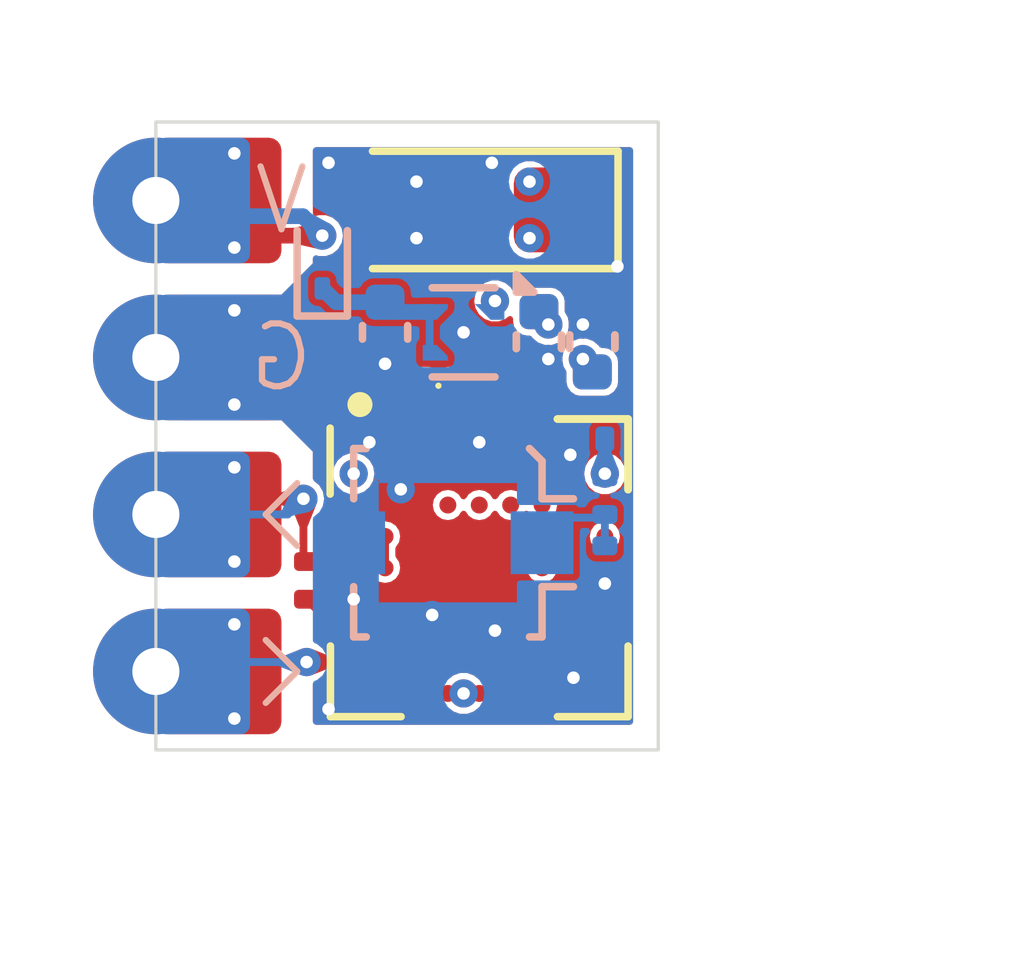
<source format=kicad_pcb>
(kicad_pcb (version 20240108) (generator "pcbnew") (generator_version "8.0")
  (layers (0 "F.Cu" signal) (1 "In1.Cu" power "In1.Cu_Gnd") (2 "In2.Cu" power "In2.Cu_3V3") (3 "In3.Cu" power "In3.Cu_3V3") (4 "In4.Cu" power "In4.Cu_Gnd") (31 "B.Cu" signal) (34 "B.Paste" user) (35 "F.Paste" user) (36 "B.SilkS" user "B.Silkscreen") (37 "F.SilkS" user "F.Silkscreen") (38 "B.Mask" user) (39 "F.Mask" user) (44 "Edge.Cuts" user))
  (net 0 "")
  (net 1 "GND")
  (net 2 "+5V")
  (net 3 "+3V3")
  (net 4 "Net-(D1-A)")
  (net 5 "Net-(J1-In)")
  (net 6 "Net-(R1-Pad1)")
  (net 7 "GNSS_Tx")
  (net 8 "GNSS_Rx")
  (net 9 "Net-(U1-Reserved-PadD2)")
  (net 28 "Net-(D2-K)")
  (net 29 "Net-(D2-A)")
  (net 31 "Net-(U1-RF_IN)")
  (footprint "PicoM10:LED_0201_0603Metric_mod" (layer "F.Cu") (at 105.05 104.2)
    (property "Reference" "D2" (hide yes))
    (property "Value" "LED")
    (fp_circle (center -0.55 0) (end -0.499999 0) (fill solid) (layer "F.SilkS"))
    (pad "1" smd roundrect (at -0.3 0) (size 0.3 0.4) (layers "F.Cu" "F.Paste" "F.Mask") (net 28 "Net-(D2-K)"))
    (pad "2" smd roundrect (at 0.3 0) (size 0.3 0.4) (layers "F.Cu" "F.Paste" "F.Mask") (net 29 "Net-(D2-A)"))
  )
  (footprint "PicoM10:R_0201_0603Metric_mod" (layer "F.Cu") (at 102.4 107.3 -90)
    (property "Reference" "R1" (hide yes))
    (property "Value" "1k")
    (pad "1" smd roundrect (at -0.3 0 270) (size 0.3 0.4) (layers "F.Cu" "F.Paste" "F.Mask") (net 6 "Net-(R1-Pad1)"))
    (pad "2" smd roundrect (at 0.3 0 270) (size 0.3 0.4) (layers "F.Cu" "F.Paste" "F.Mask") (net 7 "GNSS_Tx"))
  )
  (footprint "PicoM10:R_0201_0603Metric_mod" (layer "F.Cu") (at 103.95 104.2)
    (property "Reference" "R2" (hide yes))
    (property "Value" "1k")
    (pad "1" smd roundrect (at -0.3 0) (size 0.3 0.4) (layers "F.Cu" "F.Paste" "F.Mask") (net 1 "GND"))
    (pad "2" smd roundrect (at 0.3 0) (size 0.3 0.4) (layers "F.Cu" "F.Paste" "F.Mask") (net 28 "Net-(D2-K)"))
  )
  (footprint "PicoM10:solderpad_castellated_2x2mm" (layer "F.Cu") (at 100 108.75)
    (property "Reference" "TP4" (hide yes))
    (property "Value" "Rx_in")
    (pad "1" thru_hole circle (at 0 0) (size 2 2) (drill 0.75) (layers "*.Cu" "*.Mask") (net 8 "GNSS_Rx"))
    (pad "1" smd roundrect (at 0.75 0) (size 1.5 2) (layers "B.Cu" "B.Mask") (roundrect_rratio 0.1) (net 8 "GNSS_Rx"))
    (pad "1" smd roundrect (at 1 0) (size 2 2) (layers "F.Cu" "F.Mask") (roundrect_rratio 0.1) (net 8 "GNSS_Rx"))
  )
  (footprint "Capacitor_Tantalum_SMD:CP_EIA-3216-10_Kemet-I" (layer "F.Cu") (at 105.05 101.4 180)
    (property "Reference" "C6" (hide yes))
    (property "Value" "100uF")
    (fp_line (start 1.6 -0.935) (end -2.31 -0.935) (stroke (width 0.12)) (layer "F.SilkS"))
    (fp_line (start -2.31 0.935) (end 1.6 0.935) (stroke (width 0.12)) (layer "F.SilkS"))
    (fp_line (start -2.31 -0.935) (end -2.31 0.935) (stroke (width 0.12)) (layer "F.SilkS"))
    (pad "1" smd roundrect (at -1.35 0 180) (size 1.4 1.35) (layers "F.Cu" "F.Paste" "F.Mask") (roundrect_rratio 0.185185) (net 3 "+3V3"))
    (pad "2" smd roundrect (at 1.35 0 180) (size 1.4 1.35) (layers "F.Cu" "F.Paste" "F.Mask") (roundrect_rratio 0.185185) (net 1 "GND"))
  )
  (footprint "PicoM10:solderpad_castellated_2x2mm" (layer "F.Cu") (at 100 103.75)
    (property "Reference" "TP2" (hide yes))
    (property "Value" "Gnd")
    (pad "1" thru_hole circle (at 0 0) (size 2 2) (drill 0.75) (layers "*.Cu" "*.Mask") (net 1 "GND"))
    (pad "1" smd roundrect (at 0.75 0) (size 1.5 2) (layers "B.Cu" "B.Mask") (roundrect_rratio 0.1) (net 1 "GND"))
    (pad "1" smd roundrect (at 1 0) (size 2 2) (layers "F.Cu" "F.Mask") (roundrect_rratio 0.1) (net 1 "GND"))
  )
  (footprint "Capacitor_SMD:C_0402_1005Metric" (layer "F.Cu") (at 106.1 103.5 -90)
    (property "Reference" "C5" (hide yes))
    (property "Value" "10uF")
    (fp_line (start -0.107836 0.36) (end 0.107836 0.36) (stroke (width 0.12)) (layer "F.SilkS"))
    (fp_line (start -0.107836 -0.36) (end 0.107836 -0.36) (stroke (width 0.12)) (layer "F.SilkS"))
    (pad "1" smd roundrect (at -0.48 0 270) (size 0.56 0.62) (layers "F.Cu" "F.Paste" "F.Mask") (net 3 "+3V3"))
    (pad "2" smd roundrect (at 0.48 0 270) (size 0.56 0.62) (layers "F.Cu" "F.Paste" "F.Mask") (net 1 "GND"))
  )
  (footprint "PicoM10:solderpad_castellated_2x2mm" (layer "F.Cu") (at 100 106.25)
    (property "Reference" "TP3" (hide yes))
    (property "Value" "Tx_out")
    (pad "1" thru_hole circle (at 0 0) (size 2 2) (drill 0.75) (layers "*.Cu" "*.Mask") (net 6 "Net-(R1-Pad1)"))
    (pad "1" smd roundrect (at 0.75 0) (size 1.5 2) (layers "B.Cu" "B.Mask") (roundrect_rratio 0.1) (net 6 "Net-(R1-Pad1)"))
    (pad "1" smd roundrect (at 1 0) (size 2 2) (layers "F.Cu" "F.Mask") (roundrect_rratio 0.1) (net 6 "Net-(R1-Pad1)"))
  )
  (footprint "PicoM10:solderpad_castellated_2x2mm" (layer "F.Cu") (at 100 101.25)
    (property "Reference" "TP1" (hide yes))
    (property "Value" "Vin")
    (pad "1" thru_hole circle (at 0 0) (size 2 2) (drill 0.75) (layers "*.Cu" "*.Mask") (net 4 "Net-(D1-A)"))
    (pad "1" smd roundrect (at 0.75 0) (size 1.5 2) (layers "B.Cu" "B.Mask") (roundrect_rratio 0.1) (net 4 "Net-(D1-A)"))
    (pad "1" smd roundrect (at 1 0) (size 2 2) (layers "F.Cu" "F.Mask") (roundrect_rratio 0.1) (net 4 "Net-(D1-A)"))
  )
  (footprint "Capacitor_SMD:C_0402_1005Metric" (layer "F.Cu") (at 106.95 103.5 90)
    (property "Reference" "C2" (hide yes))
    (property "Value" "10uF")
    (fp_line (start -0.107836 -0.36) (end 0.107836 -0.36) (stroke (width 0.12)) (layer "F.SilkS"))
    (fp_line (start -0.107836 0.36) (end 0.107836 0.36) (stroke (width 0.12)) (layer "F.SilkS"))
    (pad "1" smd roundrect (at -0.48 0 90) (size 0.56 0.62) (layers "F.Cu" "F.Paste" "F.Mask") (net 3 "+3V3"))
    (pad "2" smd roundrect (at 0.48 0 90) (size 0.56 0.62) (layers "F.Cu" "F.Paste" "F.Mask") (net 1 "GND"))
  )
  (footprint "PicoM10:SLGA-53_MIA-M10Q" (layer "F.Cu") (at 105.15 107.1)
    (property "Reference" "U1" (hide yes))
    (property "Value" "MIA-M10Q")
    (fp_line (start -2.375 -2.225) (end -2.375 -1.175) (stroke (width 0.12)) (layer "F.SilkS"))
    (fp_line (start -2.37 2.37) (end -2.37 1.245) (stroke (width 0.12)) (layer "F.SilkS"))
    (fp_line (start -1.245 2.37) (end -2.37 2.37) (stroke (width 0.12)) (layer "F.SilkS"))
    (fp_line (start 1.245 -2.37) (end 2.37 -2.37) (stroke (width 0.12)) (layer "F.SilkS"))
    (fp_line (start 1.245 -2.37) (end 2.37 -2.37) (stroke (width 0.12)) (layer "F.SilkS"))
    (fp_line (start 1.245 -2.37) (end 2.37 -2.37) (stroke (width 0.12)) (layer "F.SilkS"))
    (fp_line (start 1.245 2.37) (end 2.37 2.37) (stroke (width 0.12)) (layer "F.SilkS"))
    (fp_line (start 2.37 -2.37) (end 2.37 -1.245) (stroke (width 0.12)) (layer "F.SilkS"))
    (fp_line (start 2.37 -2.37) (end 2.37 -1.245) (stroke (width 0.12)) (layer "F.SilkS"))
    (fp_line (start 2.37 -2.37) (end 2.37 -1.245) (stroke (width 0.12)) (layer "F.SilkS"))
    (fp_line (start 2.37 2.37) (end 2.37 1.245) (stroke (width 0.12)) (layer "F.SilkS"))
    (fp_circle (center -1.9 -2.600001) (end -1.9 -2.5) (stroke (width 0.2)) (fill none) (layer "F.SilkS"))
    (pad "A1" smd circle (at -2 -2) (size 0.27 0.27) (layers "F.Cu" "F.Paste" "F.Mask") (net 1 "GND"))
    (pad "A2" smd circle (at -1.5 -2) (size 0.27 0.27) (layers "F.Cu" "F.Paste" "F.Mask") (net 1 "GND"))
    (pad "A3" smd circle (at -1 -2) (size 0.27 0.27) (layers "F.Cu" "F.Paste" "F.Mask") (net 1 "GND"))
    (pad "A4" smd circle (at -0.5 -2) (size 0.27 0.27) (layers "F.Cu" "F.Paste" "F.Mask"))
    (pad "A5" smd circle (at 0 -2.000001) (size 0.27 0.27) (layers "F.Cu" "F.Paste" "F.Mask") (net 1 "GND"))
    (pad "A6" smd circle (at 0.5 -2) (size 0.27 0.27) (layers "F.Cu" "F.Paste" "F.Mask"))
    (pad "A7" smd circle (at 1 -2) (size 0.27 0.27) (layers "F.Cu" "F.Paste" "F.Mask") (net 29 "Net-(D2-A)"))
    (pad "A8" smd circle (at 1.5 -2) (size 0.27 0.27) (layers "F.Cu" "F.Paste" "F.Mask") (net 1 "GND"))
    (pad "A9" smd circle (at 2 -2) (size 0.27 0.27) (layers "F.Cu" "F.Paste" "F.Mask") (net 1 "GND"))
    (pad "B1" smd circle (at -2 -1.5) (size 0.27 0.27) (layers "F.Cu" "F.Paste" "F.Mask") (net 3 "+3V3"))
    (pad "B2" smd circle (at -1.5 -1.5) (size 0.27 0.27) (layers "F.Cu" "F.Paste" "F.Mask") (net 1 "GND"))
    (pad "B8" smd circle (at 1.5 -1.5) (size 0.27 0.27) (layers "F.Cu" "F.Paste" "F.Mask") (net 1 "GND"))
    (pad "B9" smd circle (at 2 -1.5) (size 0.27 0.27) (layers "F.Cu" "F.Paste" "F.Mask") (net 31 "Net-(U1-RF_IN)"))
    (pad "C1" smd circle (at -2 -1) (size 0.27 0.27) (layers "F.Cu" "F.Paste" "F.Mask"))
    (pad "C3" smd circle (at -1 -1) (size 0.27 0.27) (layers "F.Cu" "F.Paste" "F.Mask") (net 1 "GND"))
    (pad "C4" smd circle (at -0.5 -1) (size 0.27 0.27) (layers "F.Cu" "F.Paste" "F.Mask"))
    (pad "C5" smd circle (at 0 -1) (size 0.27 0.27) (layers "F.Cu" "F.Paste" "F.Mask"))
    (pad "C6" smd circle (at 0.5 -1) (size 0.27 0.27) (layers "F.Cu" "F.Paste" "F.Mask"))
    (pad "C7" smd circle (at 1 -1) (size 0.27 0.27) (layers "F.Cu" "F.Paste" "F.Mask"))
    (pad "C9" smd circle (at 2 -1) (size 0.27 0.27) (layers "F.Cu" "F.Paste" "F.Mask") (net 1 "GND"))
    (pad "D1" smd circle (at -2 -0.5) (size 0.27 0.27) (layers "F.Cu" "F.Paste" "F.Mask"))
    (pad "D2" smd circle (at -1.5 -0.5) (size 0.27 0.27) (layers "F.Cu" "F.Paste" "F.Mask") (net 9 "Net-(U1-Reserved-PadD2)"))
    (pad "D9" smd circle (at 2 -0.5) (size 0.27 0.27) (layers "F.Cu" "F.Paste" "F.Mask"))
    (pad "E1" smd circle (at -2.000001 0) (size 0.27 0.27) (layers "F.Cu" "F.Paste" "F.Mask"))
    (pad "E2" smd circle (at -1.5 0) (size 0.27 0.27) (layers "F.Cu" "F.Paste" "F.Mask") (net 9 "Net-(U1-Reserved-PadD2)"))
    (pad "E3" smd circle (at -1 0) (size 0.27 0.27) (layers "F.Cu" "F.Paste" "F.Mask") (net 1 "GND"))
    (pad "E4" smd circle (at -0.499999 0) (size 0.27 0.27) (layers "F.Cu" "F.Paste" "F.Mask") (net 1 "GND"))
    (pad "E7" smd circle (at 1 0) (size 0.27 0.27) (layers "F.Cu" "F.Paste" "F.Mask"))
    (pad "E9" smd circle (at 2.000001 0) (size 0.27 0.27) (layers "F.Cu" "F.Paste" "F.Mask") (net 1 "GND"))
    (pad "F1" smd circle (at -2 0.5) (size 0.27 0.27) (layers "F.Cu" "F.Paste" "F.Mask") (net 1 "GND"))
    (pad "F3" smd circle (at -1 0.5) (size 0.27 0.27) (layers "F.Cu" "F.Paste" "F.Mask") (net 1 "GND"))
    (pad "F4" smd circle (at -0.5 0.5) (size 0.27 0.27) (layers "F.Cu" "F.Paste" "F.Mask") (net 1 "GND"))
    (pad "F7" smd circle (at 1 0.5) (size 0.27 0.27) (layers "F.Cu" "F.Paste" "F.Mask"))
    (pad "F9" smd circle (at 2 0.5) (size 0.27 0.27) (layers "F.Cu" "F.Paste" "F.Mask") (net 1 "GND"))
    (pad "G1" smd circle (at -2 1) (size 0.27 0.27) (layers "F.Cu" "F.Paste" "F.Mask") (net 7 "GNSS_Tx"))
    (pad "G3" smd circle (at -1 1) (size 0.27 0.27) (layers "F.Cu" "F.Paste" "F.Mask") (net 1 "GND"))
    (pad "G4" smd circle (at -0.5 1) (size 0.27 0.27) (layers "F.Cu" "F.Paste" "F.Mask") (net 1 "GND"))
    (pad "G5" smd circle (at 0 1) (size 0.27 0.27) (layers "F.Cu" "F.Paste" "F.Mask") (net 1 "GND"))
    (pad "G6" smd circle (at 0.5 1) (size 0.27 0.27) (layers "F.Cu" "F.Paste" "F.Mask") (net 1 "GND"))
    (pad "G7" smd circle (at 1 1) (size 0.27 0.27) (layers "F.Cu" "F.Paste" "F.Mask") (net 1 "GND"))
    (pad "G9" smd circle (at 2 1) (size 0.27 0.27) (layers "F.Cu" "F.Paste" "F.Mask"))
    (pad "H1" smd circle (at -2 1.5) (size 0.27 0.27) (layers "F.Cu" "F.Paste" "F.Mask") (net 8 "GNSS_Rx"))
    (pad "H8" smd circle (at 1.5 1.5) (size 0.27 0.27) (layers "F.Cu" "F.Paste" "F.Mask") (net 1 "GND"))
    (pad "H9" smd circle (at 2 1.5) (size 0.27 0.27) (layers "F.Cu" "F.Paste" "F.Mask"))
    (pad "J1" smd circle (at -2 2) (size 0.27 0.27) (layers "F.Cu" "F.Paste" "F.Mask"))
    (pad "J2" smd circle (at -1.5 2) (size 0.27 0.27) (layers "F.Cu" "F.Paste" "F.Mask"))
    (pad "J3" smd circle (at -1 2) (size 0.27 0.27) (layers "F.Cu" "F.Paste" "F.Mask"))
    (pad "J4" smd circle (at -0.5 2) (size 0.27 0.27) (layers "F.Cu" "F.Paste" "F.Mask") (net 3 "+3V3"))
    (pad "J5" smd circle (at 0 2.000001) (size 0.27 0.27) (layers "F.Cu" "F.Paste" "F.Mask") (net 3 "+3V3"))
    (pad "J6" smd circle (at 0.5 2) (size 0.27 0.27) (layers "F.Cu" "F.Paste" "F.Mask"))
    (pad "J7" smd circle (at 1 2) (size 0.27 0.27) (layers "F.Cu" "F.Paste" "F.Mask"))
    (pad "J8" smd circle (at 1.5 2) (size 0.27 0.27) (layers "F.Cu" "F.Paste" "F.Mask") (net 1 "GND"))
    (pad "J9" smd circle (at 2 2) (size 0.27 0.27) (layers "F.Cu" "F.Paste" "F.Mask") (net 1 "GND"))
  )
  (footprint "PicoM10:C_0201_0603Metric_mod" (layer "B.Cu") (at 106.85 105.05 180)
    (property "Reference" "L1" (hide yes))
    (property "Value" "TBD")
    (pad "1" smd roundrect (at -0.3 0 180) (size 0.3 0.4) (layers "B.Cu" "B.Paste" "B.Mask") (net 31 "Net-(U1-RF_IN)"))
    (pad "2" smd roundrect (at 0.3 0 180) (size 0.3 0.4) (layers "B.Cu" "B.Paste" "B.Mask") (net 1 "GND"))
  )
  (footprint "Capacitor_SMD:C_0402_1005Metric" (layer "B.Cu") (at 103.65 103.35 -90)
    (property "Reference" "C1" (hide yes))
    (property "Value" "10uF")
    (fp_line (start 0.107836 0.36) (end -0.107836 0.36) (stroke (width 0.12)) (layer "B.SilkS"))
    (fp_line (start 0.107836 -0.36) (end -0.107836 -0.36) (stroke (width 0.12)) (layer "B.SilkS"))
    (pad "1" smd roundrect (at -0.48 0 270) (size 0.56 0.62) (layers "B.Cu" "B.Paste" "B.Mask") (net 2 "+5V"))
    (pad "2" smd roundrect (at 0.48 0 270) (size 0.56 0.62) (layers "B.Cu" "B.Paste" "B.Mask") (net 1 "GND"))
  )
  (footprint "PicoM10:C_0201_0603Metric_mod" (layer "B.Cu") (at 107.15 107.05 -90)
    (property "Reference" "L2" (hide yes))
    (property "Value" "TBD")
    (pad "1" smd roundrect (at -0.3 0 270) (size 0.3 0.4) (layers "B.Cu" "B.Paste" "B.Mask") (net 5 "Net-(J1-In)"))
    (pad "2" smd roundrect (at 0.3 0 270) (size 0.3 0.4) (layers "B.Cu" "B.Paste" "B.Mask") (net 1 "GND"))
  )
  (footprint "Package_DFN_QFN:UDFN-4-1EP_1x1mm_P0.65mm_EP0.48x0.48mm" (layer "B.Cu") (at 104.9 103.35 180)
    (property "Reference" "U2" (hide yes))
    (property "Value" "NCP160xMX")
    (fp_line (start -0.5 0.71) (end 0.5 0.71) (stroke (width 0.12)) (layer "B.SilkS"))
    (fp_line (start -0.5 -0.71) (end 0.5 -0.71) (stroke (width 0.12)) (layer "B.SilkS"))
    (fp_poly (pts (xy -0.84 0.64) (xy -1.12 0.64) (xy -0.84 0.92) (xy -0.84 0.64)) (stroke (width 0.12)) (fill solid) (layer "B.SilkS"))
    (pad "1" smd custom (at -0.54 0.325 180) (size 0.22 0.25) (layers "B.Cu" "B.Paste" "B.Mask") (net 3 "+3V3") (options (clearance outline) (anchor rect)) (primitives (gr_poly (pts (xy 0.11 -0.125) (xy 0.11 0.125) (xy 0.36 0.125)) (width 0) (fill yes))))
    (pad "2" smd custom (at -0.54 -0.325 180) (size 0.22 0.25) (layers "B.Cu" "B.Paste" "B.Mask") (net 1 "GND") (options (clearance outline) (anchor rect)) (primitives (gr_poly (pts (xy 0.29 -0.055) (xy 0.29 -0.125) (xy 0.11 -0.125) (xy 0.11 0.125)) (width 0) (fill yes))))
    (pad "3" smd custom (at 0.54 -0.325 180) (size 0.22 0.25) (layers "B.Cu" "B.Paste" "B.Mask") (net 2 "+5V") (options (clearance outline) (anchor rect)) (primitives (gr_poly (pts (xy -0.11 -0.125) (xy -0.29 -0.125) (xy -0.29 -0.055) (xy -0.11 0.125)) (width 0) (fill yes))))
    (pad "4" smd custom (at 0.54 0.325 180) (size 0.22 0.25) (layers "B.Cu" "B.Paste" "B.Mask") (net 2 "+5V") (options (clearance outline) (anchor rect)) (primitives (gr_poly (pts (xy -0.11 -0.125) (xy -0.29 0.055) (xy -0.29 0.125) (xy -0.11 0.125)) (width 0) (fill yes))))
    (pad "5" smd rect (at 0 0 135) (size 0.48 0.48) (layers "B.Cu" "B.Paste" "B.Mask") (net 1 "GND"))
  )
  (footprint "Capacitor_SMD:C_0402_1005Metric" (layer "B.Cu") (at 106.95 103.5 90)
    (property "Reference" "C4" (hide yes))
    (property "Value" "10uF")
    (fp_line (start 0.107836 -0.36) (end -0.107836 -0.36) (stroke (width 0.12)) (layer "B.SilkS"))
    (fp_line (start 0.107836 0.36) (end -0.107836 0.36) (stroke (width 0.12)) (layer "B.SilkS"))
    (pad "1" smd roundrect (at -0.48 0 90) (size 0.56 0.62) (layers "B.Cu" "B.Paste" "B.Mask") (net 3 "+3V3"))
    (pad "2" smd roundrect (at 0.48 0 90) (size 0.56 0.62) (layers "B.Cu" "B.Paste" "B.Mask") (net 1 "GND"))
  )
  (footprint "Connector_Coaxial:U.FL_Molex_MCRF_73412-0110_Vertical" (layer "B.Cu") (at 104.65 106.7 -90)
    (property "Reference" "J1" (hide yes))
    (property "Value" "Conn_Coaxial")
    (fp_line (start -1.5 1.5) (end -1.5 1.3) (stroke (width 0.12)) (layer "B.SilkS"))
    (fp_line (start -0.7 1.5) (end -1.5 1.5) (stroke (width 0.12)) (layer "B.SilkS"))
    (fp_line (start 1.5 1.5) (end 0.7 1.5) (stroke (width 0.12)) (layer "B.SilkS"))
    (fp_line (start 1.5 1.3) (end 1.5 1.5) (stroke (width 0.12)) (layer "B.SilkS"))
    (fp_line (start -1.5 -1.3) (end -1.3 -1.5) (stroke (width 0.12)) (layer "B.SilkS"))
    (fp_line (start -1.3 -1.5) (end -0.7 -1.5) (stroke (width 0.12)) (layer "B.SilkS"))
    (fp_line (start 0.7 -1.5) (end 1.5 -1.5) (stroke (width 0.12)) (layer "B.SilkS"))
    (fp_line (start 1.5 -1.5) (end 1.5 -1.3) (stroke (width 0.12)) (layer "B.SilkS"))
    (fp_line (start -0.7 -2) (end -0.7 -1.5) (stroke (width 0.12)) (layer "B.SilkS"))
    (fp_line (start 0.7 -2) (end 0.7 -1.5) (stroke (width 0.12)) (layer "B.SilkS"))
    (pad "1" smd rect (at 0 -1.5 270) (size 1 1) (layers "B.Cu" "B.Paste" "B.Mask") (net 5 "Net-(J1-In)"))
    (pad "2" smd rect (at -1.475001 0 270) (size 1.05 2.2) (layers "B.Cu" "B.Paste" "B.Mask") (net 1 "GND"))
    (pad "2" smd rect (at 0 1.5 270) (size 1 1) (layers "B.Cu" "B.Paste" "B.Mask") (net 1 "GND"))
    (pad "2" smd rect (at 1.475001 0 270) (size 1.05 2.2) (layers "B.Cu" "B.Paste" "B.Mask") (net 1 "GND"))
  )
  (footprint "Capacitor_SMD:C_0402_1005Metric" (layer "B.Cu") (at 106.1 103.5 -90)
    (property "Reference" "C3" (hide yes))
    (property "Value" "10uF")
    (fp_line (start 0.107836 0.36) (end -0.107836 0.36) (stroke (width 0.12)) (layer "B.SilkS"))
    (fp_line (start 0.107836 -0.36) (end -0.107836 -0.36) (stroke (width 0.12)) (layer "B.SilkS"))
    (pad "1" smd roundrect (at -0.48 0 270) (size 0.56 0.62) (layers "B.Cu" "B.Paste" "B.Mask") (net 3 "+3V3"))
    (pad "2" smd roundrect (at 0.48 0 270) (size 0.56 0.62) (layers "B.Cu" "B.Paste" "B.Mask") (net 1 "GND"))
  )
  (footprint "PicoM10:C_0201_0603Metric_mod" (layer "B.Cu") (at 107.15 105.95 90)
    (property "Reference" "C7" (hide yes))
    (property "Value" "TBD")
    (pad "1" smd roundrect (at -0.3 0 90) (size 0.3 0.4) (layers "B.Cu" "B.Paste" "B.Mask") (net 5 "Net-(J1-In)"))
    (pad "2" smd roundrect (at 0.3 0 90) (size 0.3 0.4) (layers "B.Cu" "B.Paste" "B.Mask") (net 31 "Net-(U1-RF_IN)"))
  )
  (footprint "Diode_SMD:D_SOD-923" (layer "B.Cu") (at 102.65 102.23 90)
    (property "Reference" "D1" (hide yes))
    (property "Value" "D_Schottky")
    (fp_line (start -0.86 -0.4) (end 0.5 -0.4) (stroke (width 0.12)) (layer "B.SilkS"))
    (fp_line (start -0.86 -0.4) (end -0.86 0.4) (stroke (width 0.12)) (layer "B.SilkS"))
    (fp_line (start -0.86 0.4) (end 0.5 0.4) (stroke (width 0.12)) (layer "B.SilkS"))
    (pad "1" smd roundrect (at -0.42 0 270) (size 0.36 0.25) (layers "B.Cu" "B.Paste" "B.Mask") (net 2 "+5V"))
    (pad "2" smd roundrect (at 0.42 0 270) (size 0.36 0.25) (layers "B.Cu" "B.Paste" "B.Mask") (net 4 "Net-(D1-A)"))
  )
  (gr_line (start 102.25 108.75) (end 101.75 109.25) (stroke (width 0.1)) (layer "B.SilkS"))
  (gr_line (start 101.75 108.25) (end 102.25 108.75) (stroke (width 0.1)) (layer "B.SilkS"))
  (gr_line (start 101.75 106.25) (end 102.25 106.75) (stroke (width 0.1)) (layer "B.SilkS"))
  (gr_line (start 101.75 106.25) (end 102.25 105.75) (stroke (width 0.1)) (layer "B.SilkS"))
  (gr_line (start 108 110) (end 100 110) (stroke (width 0.05)) (layer "Edge.Cuts"))
  (gr_line (start 100 110) (end 100 100) (stroke (width 0.05)) (layer "Edge.Cuts"))
  (gr_line (start 108 100) (end 108 110) (stroke (width 0.05)) (layer "Edge.Cuts"))
  (gr_line (start 100 100) (end 108 100) (stroke (width 0.05)) (layer "Edge.Cuts"))
  (gr_text "V" (at 102 101.25 0) (layer "B.SilkS") (effects (font (size 1 1) (thickness 0.1)) (justify mirror)))
  (gr_text "G" (at 102 103.75 0) (layer "B.SilkS") (effects (font (size 1 1) (thickness 0.1)) (justify mirror)))
  (segment (start 103.65 104.2) (end 103.65 103.85) (width 0.125) (layer "F.Cu") (net 1))
  (segment (start 107.150001 107.070712) (end 107.150001 107.070711) (width 0.1) (layer "F.Cu") (net 1))
  (segment (start 105.15 105.07071) (end 105.15 105.099999) (width 0.1) (layer "F.Cu") (net 1))
  (segment (start 107.15 107.57071) (end 107.150001 107.070712) (width 0.1) (layer "F.Cu") (net 1))
  (via (at 105.35 100.65) (size 0.45) (drill 0.2) (layers "F.Cu" "B.Cu") (net 1))
  (via (at 105.4 108.1) (size 0.45) (drill 0.2) (layers "F.Cu" "B.Cu") (net 1))
  (via (at 106.8 103.225) (size 0.45) (drill 0.2) (layers "F.Cu" "B.Cu") (net 1))
  (via (at 103.4 105.1) (size 0.45) (drill 0.2) (layers "F.Cu" "B.Cu") (net 1))
  (via (at 106.65 108.85) (size 0.45) (drill 0.2) (layers "F.Cu" "B.Cu") (net 1))
  (via (at 107.150001 107.35) (size 0.45) (drill 0.2) (layers "F.Cu" "B.Cu") (net 1))
  (via (at 103.15 107.6) (size 0.45) (drill 0.2) (layers "F.Cu" "B.Cu") (net 1))
  (via (at 106.25 103.775) (size 0.45) (drill 0.2) (layers "F.Cu" "B.Cu") (net 1))
  (via (at 106.6 105.3) (size 0.45) (drill 0.2) (layers "F.Cu" "B.Cu") (net 1))
  (via (at 104.9 103.35) (size 0.45) (drill 0.2) (layers "F.Cu" "B.Cu") (net 1))
  (via (at 105.15 105.099999) (size 0.45) (drill 0.2) (layers "F.Cu" "B.Cu") (net 1))
  (via (at 102.75 109.35) (size 0.45) (drill 0.2) (layers "F.Cu" "B.Cu") (net 1))
  (via (at 104.15 100.95) (size 0.45) (drill 0.2) (layers "F.Cu" "B.Cu") (net 1))
  (via (at 101.25 104.5) (size 0.45) (drill 0.2) (layers "F.Cu" "B.Cu") (net 1))
  (via (at 102.75 100.65) (size 0.45) (drill 0.2) (layers "F.Cu" "B.Cu") (net 1))
  (via (at 101.25 103) (size 0.45) (drill 0.2) (layers "F.Cu" "B.Cu") (net 1))
  (via (at 104.4 107.85) (size 0.45) (drill 0.2) (layers "F.Cu" "B.Cu") (net 1))
  (via (at 104.15 101.85) (size 0.45) (drill 0.2) (layers "F.Cu" "B.Cu") (net 1))
  (via (at 103.65 103.85) (size 0.45) (drill 0.2) (layers "F.Cu" "B.Cu") (net 1))
  (via (at 103.9 105.85) (size 0.45) (drill 0.2) (layers "F.Cu" "B.Cu") (net 1))
  (via (at 107.35 102.3) (size 0.45) (drill 0.2) (layers "F.Cu" "B.Cu") (net 1))
  (segment (start 104.36 103.675) (end 104.36 103.025) (width 0.125) (layer "B.Cu") (net 2))
  (segment (start 103.805 103.025) (end 103.65 102.87) (width 0.25) (layer "B.Cu") (net 2))
  (segment (start 104.36 103.025) (end 103.805 103.025) (width 0.25) (layer "B.Cu") (net 2))
  (segment (start 102.65 102.65) (end 102.87 102.87) (width 0.25) (layer "B.Cu") (net 2))
  (segment (start 102.87 102.87) (end 103.65 102.87) (width 0.25) (layer "B.Cu") (net 2))
  (segment (start 104.9 109.1) (end 104.65 109.1) (width 0.1) (layer "F.Cu") (net 3))
  (segment (start 105.149999 109.1) (end 105.15 109.100001) (width 0.1) (layer "F.Cu") (net 3))
  (segment (start 104.9 109.1) (end 105.149999 109.1) (width 0.1) (layer "F.Cu") (net 3))
  (via (at 104.9 109.1) (size 0.45) (drill 0.2) (layers "F.Cu" "B.Cu") (net 3))
  (via (at 106.8 103.775) (size 0.45) (drill 0.2) (layers "F.Cu" "B.Cu") (net 3))
  (via (at 105.4 102.85) (size 0.45) (drill 0.2) (layers "F.Cu" "B.Cu") (net 3))
  (via (at 106.25 103.225) (size 0.45) (drill 0.2) (layers "F.Cu" "B.Cu") (net 3))
  (via (at 105.95 101.85) (size 0.45) (drill 0.2) (layers "F.Cu" "B.Cu") (net 3))
  (via (at 105.95 100.95) (size 0.45) (drill 0.2) (layers "F.Cu" "B.Cu") (net 3))
  (via (at 103.15 105.6) (size 0.45) (drill 0.2) (layers "F.Cu" "B.Cu") (net 3))
  (segment (start 102.65 101.81) (end 101.44 101.81) (width 0.25) (layer "F.Cu") (net 4))
  (segment (start 101.07 101.18) (end 101 101.25) (width 0.25) (layer "F.Cu") (net 4))
  (segment (start 101.44 101.81) (end 101.25 102) (width 0.25) (layer "F.Cu") (net 4))
  (via (at 101.25 100.5) (size 0.45) (drill 0.2) (layers "F.Cu" "B.Cu") (net 4))
  (via (at 102.65 101.81) (size 0.45) (drill 0.2) (layers "F.Cu" "B.Cu") (net 4))
  (via (at 101.25 102) (size 0.45) (drill 0.2) (layers "F.Cu" "B.Cu") (net 4))
  (segment (start 102.65 101.81) (end 102.34 101.5) (width 0.25) (layer "B.Cu") (net 4))
  (segment (start 100.82 101.18) (end 100.75 101.25) (width 0.25) (layer "B.Cu") (net 4))
  (segment (start 101 101.5) (end 100.75 101.25) (width 0.25) (layer "B.Cu") (net 4))
  (segment (start 102.34 101.5) (end 101 101.5) (width 0.25) (layer "B.Cu") (net 4))
  (segment (start 107.1 106.3) (end 106.55 106.3) (width 0.125) (layer "B.Cu") (net 5))
  (segment (start 107.15 106.25) (end 107.1 106.3) (width 0.125) (layer "B.Cu") (net 5))
  (segment (start 107.15 106.25) (end 107.15 106.75) (width 0.125) (layer "B.Cu") (net 5))
  (segment (start 106.55 106.3) (end 106.15 106.7) (width 0.125) (layer "B.Cu") (net 5))
  (segment (start 101.25 106) (end 101 106.25) (width 0.125) (layer "F.Cu") (net 6))
  (segment (start 102.4 107) (end 102.35 106.95) (width 0.125) (layer "F.Cu") (net 6))
  (segment (start 102.35 106) (end 101.25 106) (width 0.125) (layer "F.Cu") (net 6))
  (segment (start 102.35 106.95) (end 102.35 106) (width 0.125) (layer "F.Cu") (net 6))
  (via (at 102.35 106) (size 0.45) (drill 0.2) (layers "F.Cu" "B.Cu") (net 6))
  (via (at 101.25 107) (size 0.45) (drill 0.2) (layers "F.Cu" "B.Cu") (net 6))
  (via (at 101.25 105.5) (size 0.45) (drill 0.2) (layers "F.Cu" "B.Cu") (net 6))
  (segment (start 102.1 106.25) (end 100.75 106.25) (width 0.125) (layer "B.Cu") (net 6))
  (segment (start 102.35 106) (end 102.1 106.25) (width 0.125) (layer "B.Cu") (net 6))
  (segment (start 102.9 108.1) (end 102.4 107.6) (width 0.125) (layer "F.Cu") (net 7))
  (segment (start 103.15 108.1) (end 102.9 108.1) (width 0.125) (layer "F.Cu") (net 7))
  (segment (start 103.15 108.6) (end 102.4 108.6) (width 0.125) (layer "F.Cu") (net 8))
  (segment (start 101.15 108.6) (end 101 108.75) (width 0.125) (layer "F.Cu") (net 8))
  (segment (start 101.25 108) (end 101.85 108.6) (width 0.125) (layer "F.Cu") (net 8))
  (segment (start 102.4 108.6) (end 101.15 108.6) (width 0.125) (layer "F.Cu") (net 8))
  (via (at 102.4 108.6) (size 0.45) (drill 0.2) (layers "F.Cu" "B.Cu") (net 8))
  (via (at 101.25 108) (size 0.45) (drill 0.2) (layers "F.Cu" "B.Cu") (net 8))
  (via (at 101.25 109.5) (size 0.45) (drill 0.2) (layers "F.Cu" "B.Cu") (net 8))
  (segment (start 102.4 108.6) (end 100.9 108.6) (width 0.125) (layer "B.Cu") (net 8))
  (segment (start 100.9 108.6) (end 100.75 108.75) (width 0.125) (layer "B.Cu") (net 8))
  (segment (start 103.65 107.1) (end 103.65 106.6) (width 0.125) (layer "F.Cu") (net 9))
  (segment (start 104.25 104.2) (end 104.75 104.2) (width 0.125) (layer "F.Cu") (net 28))
  (segment (start 106.15 105.1) (end 105.35 104.3) (width 0.125) (layer "F.Cu") (net 29))
  (segment (start 105.35 104.3) (end 105.35 104.2) (width 0.125) (layer "F.Cu") (net 29))
  (via (at 107.15 105.6) (size 0.45) (drill 0.2) (layers "F.Cu" "B.Cu") (net 31))
  (segment (start 107.15 105.65) (end 107.15 105.6) (width 0.125) (layer "B.Cu") (net 31))
  (segment (start 107.15 105.05) (end 107.15 105.6) (width 0.125) (layer "B.Cu") (net 31))
  (zone (net 1) (net_name "GND") (layers "F&B.Cu") (priority 2) (connect_pads yes (clearance 0.1)) (min_thickness 0.1) (fill yes (thermal_gap 0.5) (thermal_bridge_width 0.5))
    (polygon (pts (xy 102.5 100) (xy 102.5 102.25) (xy 102 102.75) (xy 100 102.75) (xy 100 104.75) (xy 102 104.75) (xy 102.5 105.25) (xy 102.5 110) (xy 108 110) (xy 108 100)))
  )
  (zone (net 0) (net_name "") (layer "B.Cu") (connect_pads yes (clearance 0)) (min_thickness 0.1)
    (keepout (tracks allowed) (vias allowed) (pads allowed) (copperpour not_allowed) (footprints allowed))
    (fill (thermal_gap 0.5) (thermal_bridge_width 0.5))
    (polygon (pts (xy 103.55 105.7) (xy 105.75 105.7) (xy 105.75 107.7) (xy 103.55 107.7)))
  )
)
</source>
